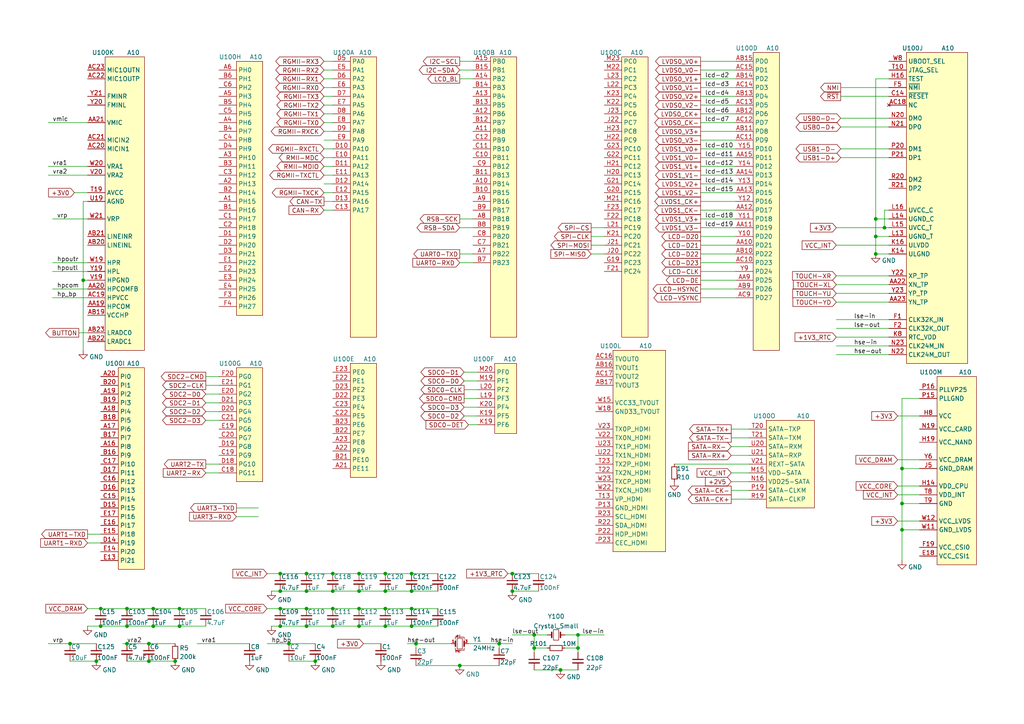
<source format=kicad_sch>
(kicad_sch (version 20231120) (generator "eeschema") (generator_version "8.0")
  (paper "A4")
  (junction (at -55.88 158.75) (diameter 0.9144))
  (junction (at 261.62 146.05))
  (junction (at 29.21 181.61) (diameter 0.9144))
  (junction (at 119.38 176.53))
  (junction (at 104.14 171.45))
  (junction (at 88.9 176.53))
  (junction (at 104.14 181.61))
  (junction (at 96.52 181.61))
  (junction (at -55.88 163.83) (diameter 0.9144))
  (junction (at -69.85 185.42) (diameter 0.9144))
  (junction (at 167.64 187.96))
  (junction (at 96.52 171.45))
  (junction (at 111.76 171.45))
  (junction (at 81.28 171.45))
  (junction (at 36.83 176.53))
  (junction (at 133.35 193.04) (diameter 0.9144))
  (junction (at 111.76 176.53))
  (junction (at 96.52 176.53))
  (junction (at 120.65 186.69) (diameter 0.9144))
  (junction (at 24.13 81.28))
  (junction (at 52.07 181.61))
  (junction (at 88.9 181.61))
  (junction (at 148.59 166.37))
  (junction (at 36.83 181.61))
  (junction (at 154.94 187.96))
  (junction (at 111.76 181.61))
  (junction (at 144.78 186.69) (diameter 0.9144))
  (junction (at 91.44 191.77))
  (junction (at 162.56 194.31) (diameter 0.9144))
  (junction (at 81.28 181.61))
  (junction (at 88.9 166.37))
  (junction (at 104.14 176.53))
  (junction (at 88.9 171.45))
  (junction (at -55.88 176.53) (diameter 0.9144))
  (junction (at 254 73.66))
  (junction (at 254 68.58))
  (junction (at 104.14 166.37))
  (junction (at -55.88 181.61) (diameter 0.9144))
  (junction (at 119.38 166.37))
  (junction (at 154.94 184.15))
  (junction (at 254 63.5))
  (junction (at 111.76 166.37))
  (junction (at 36.83 186.69))
  (junction (at 43.18 186.69))
  (junction (at 44.45 176.53))
  (junction (at 43.18 191.77))
  (junction (at 148.59 171.45))
  (junction (at 81.28 176.53))
  (junction (at 20.32 186.69))
  (junction (at 119.38 171.45))
  (junction (at 261.62 153.67))
  (junction (at 29.21 176.53) (diameter 0.9144))
  (junction (at 50.8 191.77))
  (junction (at 119.38 181.61))
  (junction (at 83.82 186.69))
  (junction (at 256.54 66.04))
  (junction (at -69.85 190.5) (diameter 0.9144))
  (junction (at 167.64 184.15))
  (junction (at 96.52 166.37))
  (junction (at 44.45 181.61))
  (junction (at 81.28 166.37))
  (junction (at 261.62 135.89))
  (junction (at 27.94 191.77))
  (junction (at 52.07 176.53))
  (wire (pts (xy 93.98 43.18) (xy 96.52 43.18)))
  (wire (pts (xy 171.45 66.04) (xy 175.26 66.04)))
  (wire (pts (xy -107.95 135.89) (xy -106.68 135.89)))
  (wire (pts (xy 120.65 186.69) (xy 130.81 186.69)))
  (wire (pts (xy 104.14 176.53) (xy 111.76 176.53)))
  (wire (pts (xy 13.97 186.69) (xy 20.32 186.69)))
  (wire (pts (xy 59.69 119.38) (xy 63.5 119.38)))
  (wire (pts (xy 88.9 166.37) (xy 96.52 166.37)))
  (wire (pts (xy 254 68.58) (xy 257.81 68.58)))
  (wire (pts (xy -73.66 190.5) (xy -69.85 190.5)))
  (wire (pts (xy 96.52 166.37) (xy 104.14 166.37)))
  (wire (pts (xy 111.76 171.45) (xy 119.38 171.45)))
  (wire (pts (xy 260.35 133.35) (xy 266.7 133.35)))
  (wire (pts (xy 93.98 25.4) (xy 96.52 25.4)))
  (wire (pts (xy -8.89 44.45) (xy -5.08 44.45)))
  (wire (pts (xy 111.76 176.53) (xy 119.38 176.53)))
  (wire (pts (xy 203.2 25.4) (xy 213.36 25.4)))
  (wire (pts (xy 77.47 186.69) (xy 83.82 186.69)))
  (wire (pts (xy 120.65 193.04) (xy 133.35 193.04)))
  (wire (pts (xy 242.57 85.09) (xy 257.81 85.09)))
  (wire (pts (xy 212.09 129.54) (xy 217.17 129.54)))
  (wire (pts (xy 133.35 17.78) (xy 137.16 17.78)))
  (wire (pts (xy 135.89 186.69) (xy 144.78 186.69)))
  (wire (pts (xy 93.98 40.64) (xy 96.52 40.64)))
  (wire (pts (xy -107.95 125.73) (xy -96.52 125.73)))
  (wire (pts (xy 254 73.66) (xy 257.81 73.66)))
  (wire (pts (xy 154.94 194.31) (xy 162.56 194.31)))
  (wire (pts (xy -8.89 36.83) (xy -5.08 36.83)))
  (wire (pts (xy 77.47 176.53) (xy 81.28 176.53)))
  (wire (pts (xy 93.98 30.48) (xy 96.52 30.48)))
  (wire (pts (xy -55.88 158.75) (xy -48.26 158.75)))
  (wire (pts (xy 36.83 191.77) (xy 43.18 191.77)))
  (wire (pts (xy 13.97 35.56) (xy 25.4 35.56)))
  (wire (pts (xy 59.69 114.3) (xy 63.5 114.3)))
  (wire (pts (xy 36.83 176.53) (xy 44.45 176.53)))
  (wire (pts (xy 203.2 78.74) (xy 213.36 78.74)))
  (wire (pts (xy 242.57 95.25) (xy 257.81 95.25)))
  (wire (pts (xy 261.62 153.67) (xy 266.7 153.67)))
  (wire (pts (xy 257.81 63.5) (xy 254 63.5)))
  (wire (pts (xy -106.68 135.89) (xy -106.68 140.97)))
  (wire (pts (xy 242.57 71.12) (xy 257.81 71.12)))
  (wire (pts (xy 104.14 181.61) (xy 111.76 181.61)))
  (wire (pts (xy 242.57 92.71) (xy 257.81 92.71)))
  (wire (pts (xy 203.2 55.88) (xy 213.36 55.88)))
  (wire (pts (xy 21.59 55.88) (xy 25.4 55.88)))
  (wire (pts (xy 78.74 171.45) (xy 81.28 171.45)))
  (wire (pts (xy 59.69 111.76) (xy 63.5 111.76)))
  (wire (pts (xy 243.84 34.29) (xy 257.81 34.29)))
  (wire (pts (xy 266.7 135.89) (xy 261.62 135.89)))
  (wire (pts (xy 203.2 83.82) (xy 213.36 83.82)))
  (wire (pts (xy 59.69 137.16) (xy 63.5 137.16)))
  (wire (pts (xy -73.66 185.42) (xy -69.85 185.42)))
  (wire (pts (xy 133.35 66.04) (xy 137.16 66.04)))
  (wire (pts (xy -69.85 190.5) (xy -62.23 190.5)))
  (wire (pts (xy 93.98 60.96) (xy 96.52 60.96)))
  (wire (pts (xy 242.57 97.79) (xy 257.81 97.79)))
  (wire (pts (xy 243.84 45.72) (xy 257.81 45.72)))
  (wire (pts (xy 35.56 186.69) (xy 36.83 186.69)))
  (wire (pts (xy -8.89 41.91) (xy -5.08 41.91)))
  (wire (pts (xy 154.94 187.96) (xy 158.75 187.96)))
  (wire (pts (xy 36.83 181.61) (xy 44.45 181.61)))
  (wire (pts (xy 203.2 17.78) (xy 213.36 17.78)))
  (wire (pts (xy 212.09 124.46) (xy 217.17 124.46)))
  (wire (pts (xy 93.98 48.26) (xy 96.52 48.26)))
  (wire (pts (xy 111.76 181.61) (xy 119.38 181.61)))
  (wire (pts (xy 148.59 166.37) (xy 156.21 166.37)))
  (wire (pts (xy 254 22.86) (xy 254 63.5)))
  (wire (pts (xy 13.97 50.8) (xy 25.4 50.8)))
  (wire (pts (xy 260.35 151.13) (xy 266.7 151.13)))
  (wire (pts (xy 93.98 33.02) (xy 96.52 33.02)))
  (wire (pts (xy 203.2 30.48) (xy 213.36 30.48)))
  (wire (pts (xy 134.62 107.95) (xy 138.43 107.95)))
  (wire (pts (xy 59.69 121.92) (xy 63.5 121.92)))
  (wire (pts (xy 78.74 181.61) (xy 81.28 181.61)))
  (wire (pts (xy 203.2 27.94) (xy 213.36 27.94)))
  (wire (pts (xy 119.38 166.37) (xy 127 166.37)))
  (wire (pts (xy 203.2 86.36) (xy 213.36 86.36)))
  (wire (pts (xy 36.83 186.69) (xy 43.18 186.69)))
  (wire (pts (xy 93.98 17.78) (xy 96.52 17.78)))
  (wire (pts (xy 15.24 78.74) (xy 25.4 78.74)))
  (wire (pts (xy 93.98 22.86) (xy 96.52 22.86)))
  (wire (pts (xy 163.83 184.15) (xy 167.64 184.15)))
  (wire (pts (xy 133.35 20.32) (xy 137.16 20.32)))
  (wire (pts (xy -8.89 39.37) (xy -5.08 39.37)))
  (wire (pts (xy 203.2 68.58) (xy 213.36 68.58)))
  (wire (pts (xy 212.09 127) (xy 217.17 127)))
  (wire (pts (xy 93.98 38.1) (xy 96.52 38.1)))
  (wire (pts (xy 171.45 68.58) (xy 175.26 68.58)))
  (wire (pts (xy 93.98 50.8) (xy 96.52 50.8)))
  (wire (pts (xy 203.2 22.86) (xy 213.36 22.86)))
  (wire (pts (xy 20.32 191.77) (xy 27.94 191.77)))
  (wire (pts (xy 147.32 166.37) (xy 148.59 166.37)))
  (wire (pts (xy 93.98 20.32) (xy 96.52 20.32)))
  (wire (pts (xy 88.9 181.61) (xy 96.52 181.61)))
  (wire (pts (xy 134.62 113.03) (xy 138.43 113.03)))
  (wire (pts (xy 29.21 181.61) (xy 36.83 181.61)))
  (wire (pts (xy 261.62 146.05) (xy 261.62 153.67)))
  (wire (pts (xy 256.54 66.04) (xy 257.81 66.04)))
  (wire (pts (xy 52.07 176.53) (xy 59.69 176.53)))
  (wire (pts (xy 111.76 166.37) (xy 119.38 166.37)))
  (wire (pts (xy 203.2 50.8) (xy 213.36 50.8)))
  (wire (pts (xy 59.69 134.62) (xy 63.5 134.62)))
  (wire (pts (xy 93.98 55.88) (xy 96.52 55.88)))
  (wire (pts (xy 203.2 71.12) (xy 213.36 71.12)))
  (wire (pts (xy 96.52 171.45) (xy 104.14 171.45)))
  (wire (pts (xy -59.69 163.83) (xy -55.88 163.83)))
  (wire (pts (xy 24.13 58.42) (xy 24.13 81.28)))
  (wire (pts (xy 254 63.5) (xy 254 68.58)))
  (wire (pts (xy 135.89 123.19) (xy 138.43 123.19)))
  (wire (pts (xy 83.82 191.77) (xy 91.44 191.77)))
  (wire (pts (xy -59.69 158.75) (xy -55.88 158.75)))
  (wire (pts (xy 203.2 48.26) (xy 213.36 48.26)))
  (wire (pts (xy -8.89 31.75) (xy -5.08 31.75)))
  (wire (pts (xy 162.56 194.31) (xy 167.64 194.31)))
  (wire (pts (xy 52.07 181.61) (xy 59.69 181.61)))
  (wire (pts (xy 195.58 134.62) (xy 217.17 134.62)))
  (wire (pts (xy 15.24 76.2) (xy 25.4 76.2)))
  (wire (pts (xy 13.97 48.26) (xy 25.4 48.26)))
  (wire (pts (xy 203.2 53.34) (xy 213.36 53.34)))
  (wire (pts (xy 59.69 109.22) (xy 63.5 109.22)))
  (wire (pts (xy 133.35 73.66) (xy 137.16 73.66)))
  (wire (pts (xy 96.52 176.53) (xy 104.14 176.53)))
  (wire (pts (xy 256.54 60.96) (xy 256.54 66.04)))
  (wire (pts (xy -13.97 92.71) (xy -10.16 92.71)))
  (wire (pts (xy 254 68.58) (xy 254 73.66)))
  (wire (pts (xy -55.88 163.83) (xy -48.26 163.83)))
  (wire (pts (xy -107.95 133.35) (xy -96.52 133.35)))
  (wire (pts (xy 243.84 25.4) (xy 257.81 25.4)))
  (wire (pts (xy 260.35 120.65) (xy 266.7 120.65)))
  (wire (pts (xy 212.09 144.78) (xy 217.17 144.78)))
  (wire (pts (xy 25.4 58.42) (xy 24.13 58.42)))
  (wire (pts (xy 22.86 96.52) (xy 25.4 96.52)))
  (wire (pts (xy -55.88 176.53) (xy -48.26 176.53)))
  (wire (pts (xy 167.64 187.96) (xy 167.64 189.23)))
  (wire (pts (xy -132.08 135.89) (xy -120.65 135.89)))
  (wire (pts (xy 203.2 20.32) (xy 213.36 20.32)))
  (wire (pts (xy 96.52 181.61) (xy 104.14 181.61)))
  (wire (pts (xy 144.78 186.69) (xy 148.59 186.69)))
  (wire (pts (xy -8.89 34.29) (xy -5.08 34.29)))
  (wire (pts (xy 133.35 22.86) (xy 137.16 22.86)))
  (wire (pts (xy 104.14 171.45) (xy 111.76 171.45)))
  (wire (pts (xy 203.2 63.5) (xy 213.36 63.5)))
  (wire (pts (xy 68.58 147.32) (xy 74.93 147.32)))
  (wire (pts (xy 133.35 63.5) (xy 137.16 63.5)))
  (wire (pts (xy 203.2 33.02) (xy 213.36 33.02)))
  (wire (pts (xy 24.13 81.28) (xy 25.4 81.28)))
  (wire (pts (xy 203.2 38.1) (xy 213.36 38.1)))
  (wire (pts (xy 260.35 143.51) (xy 266.7 143.51)))
  (wire (pts (xy 43.18 191.77) (xy 50.8 191.77)))
  (wire (pts (xy 242.57 87.63) (xy 257.81 87.63)))
  (wire (pts (xy 29.21 176.53) (xy 36.83 176.53)))
  (wire (pts (xy 203.2 45.72) (xy 213.36 45.72)))
  (wire (pts (xy 243.84 27.94) (xy 257.81 27.94)))
  (wire (pts (xy 261.62 135.89) (xy 261.62 146.05)))
  (wire (pts (xy 203.2 76.2) (xy 213.36 76.2)))
  (wire (pts (xy -55.88 181.61) (xy -48.26 181.61)))
  (wire (pts (xy 81.28 166.37) (xy 88.9 166.37)))
  (wire (pts (xy 118.11 186.69) (xy 120.65 186.69)))
  (wire (pts (xy 266.7 115.57) (xy 261.62 115.57)))
  (wire (pts (xy 148.59 171.45) (xy 156.21 171.45)))
  (wire (pts (xy -123.19 125.73) (xy -123.19 140.97)))
  (wire (pts (xy 167.64 184.15) (xy 167.64 187.96)))
  (wire (pts (xy -107.95 128.27) (xy -96.52 128.27)))
  (wire (pts (xy 242.57 66.04) (xy 256.54 66.04)))
  (wire (pts (xy 83.82 186.69) (xy 91.44 186.69)))
  (wire (pts (xy 242.57 102.87) (xy 257.81 102.87)))
  (wire (pts (xy 81.28 176.53) (xy 88.9 176.53)))
  (wire (pts (xy 243.84 43.18) (xy 257.81 43.18)))
  (wire (pts (xy 24.13 81.28) (xy 24.13 101.6)))
  (wire (pts (xy 93.98 53.34) (xy 96.52 53.34)))
  (wire (pts (xy -8.89 46.99) (xy -5.08 46.99)))
  (wire (pts (xy 119.38 181.61) (xy 127 181.61)))
  (wire (pts (xy 81.28 171.45) (xy 88.9 171.45)))
  (wire (pts (xy 43.18 186.69) (xy 50.8 186.69)))
  (wire (pts (xy 144.78 187.96) (xy 144.78 186.69)))
  (wire (pts (xy 257.81 22.86) (xy 254 22.86)))
  (wire (pts (xy 163.83 187.96) (xy 167.64 187.96)))
  (wire (pts (xy 119.38 171.45) (xy 127 171.45)))
  (wire (pts (xy 266.7 146.05) (xy 261.62 146.05)))
  (wire (pts (xy 44.45 176.53) (xy 52.07 176.53)))
  (wire (pts (xy 171.45 71.12) (xy 175.26 71.12)))
  (wire (pts (xy 25.4 157.48) (xy 29.21 157.48)))
  (wire (pts (xy 15.24 83.82) (xy 25.4 83.82)))
  (wire (pts (xy 167.64 184.15) (xy 175.26 184.15)))
  (wire (pts (xy 261.62 115.57) (xy 261.62 135.89)))
  (wire (pts (xy 154.94 187.96) (xy 154.94 189.23)))
  (wire (pts (xy 93.98 35.56) (xy 96.52 35.56)))
  (wire (pts (xy 120.65 186.69) (xy 120.65 187.96)))
  (wire (pts (xy 243.84 36.83) (xy 257.81 36.83)))
  (wire (pts (xy 134.62 115.57) (xy 138.43 115.57)))
  (wire (pts (xy 57.15 186.69) (xy 72.39 186.69)))
  (wire (pts (xy 203.2 58.42) (xy 213.36 58.42)))
  (wire (pts (xy 133.35 76.2) (xy 137.16 76.2)))
  (wire (pts (xy 88.9 171.45) (xy 96.52 171.45)))
  (wire (pts (xy 133.35 193.04) (xy 144.78 193.04)))
  (wire (pts (xy -29.21 189.23) (xy -15.24 189.23)))
  (wire (pts (xy 242.57 100.33) (xy 257.81 100.33)))
  (wire (pts (xy 212.09 132.08) (xy 217.17 132.08)))
  (wire (pts (xy 81.28 181.61) (xy 88.9 181.61)))
  (wire (pts (xy 203.2 35.56) (xy 213.36 35.56)))
  (wire (pts (xy 134.62 118.11) (xy 138.43 118.11)))
  (wire (pts (xy 242.57 82.55) (xy 257.81 82.55)))
  (wire (pts (xy -120.65 125.73) (xy -123.19 125.73)))
  (wire (pts (xy -132.08 128.27) (xy -120.65 128.27)))
  (wire (pts (xy 93.98 27.94) (xy 96.52 27.94)))
  (wire (pts (xy -59.69 181.61) (xy -55.88 181.61)))
  (wire (pts (xy 93.98 58.42) (xy 96.52 58.42)))
  (wire (pts (xy 203.2 66.04) (xy 213.36 66.04)))
  (wire (pts (xy 212.09 142.24) (xy 217.17 142.24)))
  (wire (pts (xy 15.24 63.5) (xy 25.4 63.5)))
  (wire (pts (xy 59.69 116.84) (xy 63.5 116.84)))
  (wire (pts (xy 212.09 139.7) (xy 217.17 139.7)))
  (wire (pts (xy 105.41 186.69) (xy 110.49 186.69)))
  (wire (pts (xy 134.62 120.65) (xy 138.43 120.65)))
  (wire (pts (xy 154.94 184.15) (xy 154.94 187.96)))
  (wire (pts (xy 88.9 176.53) (xy 96.52 176.53)))
  (wire (pts (xy 148.59 184.15) (xy 154.94 184.15)))
  (wire (pts (xy -13.97 95.25) (xy -10.16 95.25)))
  (wire (pts (xy 203.2 81.28) (xy 213.36 81.28)))
  (wire (pts (xy 154.94 184.15) (xy 158.75 184.15)))
  (wire (pts (xy 77.47 166.37) (xy 81.28 166.37)))
  (wire (pts (xy 242.57 80.01) (xy 257.81 80.01)))
  (wire (pts (xy -59.69 176.53) (xy -55.88 176.53)))
  (wire (pts (xy 212.09 137.16) (xy 217.17 137.16)))
  (wire (pts (xy 15.24 -6.35) (xy 29.21 -6.35)))
  (wire (pts (xy 261.62 153.67) (xy 261.62 162.56)))
  (wire (pts (xy 134.62 110.49) (xy 138.43 110.49)))
  (wire (pts (xy 203.2 60.96) (xy 213.36 60.96)))
  (wire (pts (xy 93.98 45.72) (xy 96.52 45.72)))
  (wire (pts (xy 171.45 73.66) (xy 175.26 73.66)))
  (wire (pts (xy 104.14 166.37) (xy 111.76 166.37)))
  (wire (pts (xy 203.2 40.64) (xy 213.36 40.64)))
  (wire (pts (xy 44.45 181.61) (xy 52.07 181.61)))
  (wire (pts (xy 68.58 149.86) (xy 74.93 149.86)))
  (wire (pts (xy 25.4 176.53) (xy 29.21 176.53)))
  (wire (pts (xy -15.24 64.77) (xy -10.16 64.77)))
  (wire (pts (xy 20.32 186.69) (xy 27.94 186.69)))
  (wire (pts (xy 119.38 176.53) (xy 127 176.53)))
  (wire (pts (xy 25.4 181.61) (xy 29.21 181.61)))
  (wire (pts (xy 203.2 43.18) (xy 213.36 43.18)))
  (wire (pts (xy 260.35 140.97) (xy 266.7 140.97)))
  (wire (pts (xy 257.81 60.96) (xy 256.54 60.96)))
  (wire (pts (xy -69.85 185.42) (xy -62.23 185.42)))
  (wire (pts (xy 15.24 86.36) (xy 25.4 86.36)))
  (wire (pts (xy 203.2 73.66) (xy 213.36 73.66)))
  (wire (pts (xy 25.4 154.94) (xy 29.21 154.94)))
  (label "lcd-d4" (at 204.47 27.94 0))
  (label "hp_vcc" (at -26.67 189.23 0))
  (label "hse-in" (at 247.65 100.33 0))
  (label "hse-in" (at 142.24 186.69 0))
  (label "micin" (at -107.95 133.35 0))
  (label "lse-out" (at 148.59 184.15 0))
  (label "lcd-d13" (at 204.47 50.8 0))
  (label "hpoutl" (at -105.41 128.27 0))
  (label "vmic" (at -132.08 135.89 0))
  (label "lcd-d5" (at 204.47 30.48 0))
  (label "hpoutr" (at -132.08 128.27 0))
  (label "hp_bp" (at 78.74 186.69 0))
  (label "lcd-d11" (at 204.47 45.72 0))
  (label "lcd-d7" (at 204.47 35.56 0))
  (label "lse-in" (at 168.91 184.15 0))
  (label "hse-out" (at 118.11 186.69 0))
  (label "hpoutr" (at 16.51 76.2 0))
  (label "vra1" (at 15.24 48.26 0))
  (label "lcd-d10" (at 204.47 43.18 0))
  (label "lse-in" (at 247.65 92.71 0))
  (label "lcd-d19" (at 204.47 66.04 0))
  (label "hpoutl" (at 16.51 78.74 0))
  (label "lcd-d12" (at 204.47 48.26 0))
  (label "vra1" (at 58.42 186.69 0))
  (label "vra2" (at 36.83 186.69 0))
  (label "hse-out" (at 247.65 102.87 0))
  (label "hp_bp" (at 16.51 86.36 0))
  (label "lcd-d18" (at 204.47 63.5 0))
  (label "lcd-d14" (at 204.47 53.34 0))
  (label "vrp" (at 16.51 63.5 0))
  (label "lcd-d15" (at 204.47 55.88 0))
  (label "lse-out" (at 247.65 95.25 0))
  (label "hpcom" (at 16.51 83.82 0))
  (label "hpcom" (at -105.41 125.73 0))
  (label "lcd-d2" (at 204.47 22.86 0))
  (label "vrp" (at 15.24 186.69 0))
  (label "lcd-d3" (at 204.47 25.4 0))
  (label "vmic" (at 15.24 35.56 0))
  (label "vra2" (at 15.24 50.8 0))
  (label "micin" (at 16.51 -6.35 0))
  (label "lcd-d6" (at 204.47 33.02 0))
  (global_label "LVDS1_V1+" (shape output) (at 203.2 48.26 180) (property "Intersheetrefs" "${INTERSHEET_REFS}" (effects (hide yes))))
  (global_label "VCC_INT" (shape input) (at 77.47 166.37 180) (property "Intersheetrefs" "${INTERSHEET_REFS}" (effects (hide yes))))
  (global_label "+3V3" (shape input) (at -59.69 158.75 180) (property "Intersheetrefs" "${INTERSHEET_REFS}" (effects (hide yes))))
  (global_label "SDC2-CLK" (shape output) (at 59.69 111.76 180) (property "Intersheetrefs" "${INTERSHEET_REFS}" (effects (hide yes))))
  (global_label "UART1-RXD" (shape input) (at 25.4 157.48 180) (property "Intersheetrefs" "${INTERSHEET_REFS}" (effects (hide yes))))
  (global_label "USB0-D-" (shape bidirectional) (at 243.84 34.29 180) (property "Intersheetrefs" "${INTERSHEET_REFS}" (effects (hide yes))))
  (global_label "TOUCH-YD" (shape input) (at 242.57 87.63 180) (property "Intersheetrefs" "${INTERSHEET_REFS}" (effects (hide yes))))
  (global_label "LVDS1_CK+" (shape output) (at 203.2 58.42 180) (property "Intersheetrefs" "${INTERSHEET_REFS}" (effects (hide yes))))
  (global_label "UART3-RXD" (shape input) (at 68.58 149.86 180) (property "Intersheetrefs" "${INTERSHEET_REFS}" (effects (hide yes))))
  (global_label "SDC0-D1" (shape bidirectional) (at 134.62 107.95 180) (property "Intersheetrefs" "${INTERSHEET_REFS}" (effects (hide yes))))
  (global_label "SDC2-D1" (shape bidirectional) (at 59.69 116.84 180) (property "Intersheetrefs" "${INTERSHEET_REFS}" (effects (hide yes))))
  (global_label "RGMII-RX0" (shape bidirectional) (at 93.98 25.4 180) (property "Intersheetrefs" "${INTERSHEET_REFS}" (effects (hide yes))))
  (global_label "USB1-D-" (shape bidirectional) (at 243.84 43.18 180) (property "Intersheetrefs" "${INTERSHEET_REFS}" (effects (hide yes))))
  (global_label "SATA-CK+" (shape output) (at 212.09 144.78 180) (property "Intersheetrefs" "${INTERSHEET_REFS}" (effects (hide yes))))
  (global_label "LED_GREEN" (shape output) (at -8.89 44.45 180) (property "Intersheetrefs" "${INTERSHEET_REFS}" (effects (hide yes))))
  (global_label "SATA-TX-" (shape output) (at 212.09 127 180) (property "Intersheetrefs" "${INTERSHEET_REFS}" (effects (hide yes))))
  (global_label "LCD-D20" (shape output) (at 203.2 68.58 180) (property "Intersheetrefs" "${INTERSHEET_REFS}" (effects (hide yes))))
  (global_label "PMU-VBUSEN" (shape input) (at -13.97 95.25 180) (property "Intersheetrefs" "${INTERSHEET_REFS}" (effects (hide yes))))
  (global_label "LVDS0_V0+" (shape output) (at 203.2 17.78 180) (property "Intersheetrefs" "${INTERSHEET_REFS}" (effects (hide yes))))
  (global_label "+3V0" (shape input) (at 105.41 186.69 180) (property "Intersheetrefs" "${INTERSHEET_REFS}" (effects (hide yes))))
  (global_label "CAN-TX" (shape output) (at 93.98 58.42 180) (property "Intersheetrefs" "${INTERSHEET_REFS}" (effects (hide yes))))
  (global_label "USB1-D+" (shape bidirectional) (at 243.84 45.72 180) (property "Intersheetrefs" "${INTERSHEET_REFS}" (effects (hide yes))))
  (global_label "LCD-D23" (shape output) (at 203.2 76.2 180) (property "Intersheetrefs" "${INTERSHEET_REFS}" (effects (hide yes))))
  (global_label "RGMII-TXCK" (shape bidirectional) (at 93.98 55.88 180) (property "Intersheetrefs" "${INTERSHEET_REFS}" (effects (hide yes))))
  (global_label "VCC_DRAM" (shape input) (at 25.4 176.53 180) (property "Intersheetrefs" "${INTERSHEET_REFS}" (effects (hide yes))))
  (global_label "UART0-RXD" (shape input) (at 133.35 76.2 180) (property "Intersheetrefs" "${INTERSHEET_REFS}" (effects (hide yes))))
  (global_label "SPI-CLK" (shape output) (at 171.45 68.58 180) (property "Intersheetrefs" "${INTERSHEET_REFS}" (effects (hide yes))))
  (global_label "SDC0-CMD" (shape output) (at 134.62 115.57 180) (property "Intersheetrefs" "${INTERSHEET_REFS}" (effects (hide yes))))
  (global_label "TOUCH-XR" (shape input) (at 242.57 80.01 180) (property "Intersheetrefs" "${INTERSHEET_REFS}" (effects (hide yes))))
  (global_label "SDC0-D3" (shape bidirectional) (at 134.62 118.11 180) (property "Intersheetrefs" "${INTERSHEET_REFS}" (effects (hide yes))))
  (global_label "RGMII-RXCTL" (shape bidirectional) (at 93.98 43.18 180) (property "Intersheetrefs" "${INTERSHEET_REFS}" (effects (hide yes))))
  (global_label "LED_RED" (shape output) (at -8.89 41.91 180) (property "Intersheetrefs" "${INTERSHEET_REFS}" (effects (hide yes))))
  (global_label "UART2-TX" (shape output) (at 59.69 134.62 180) (property "Intersheetrefs" "${INTERSHEET_REFS}" (effects (hide yes))))
  (global_label "VCC_INT" (shape input) (at 242.57 71.12 180) (property "Intersheetrefs" "${INTERSHEET_REFS}" (effects (hide yes))))
  (global_label "SDC2-D3" (shape bidirectional) (at 59.69 121.92 180) (property "Intersheetrefs" "${INTERSHEET_REFS}" (effects (hide yes))))
  (global_label "SPI-MOSI" (shape output) (at 171.45 71.12 180) (property "Intersheetrefs" "${INTERSHEET_REFS}" (effects (hide yes))))
  (global_label "LCD_RESET" (shape output) (at -15.24 64.77 180) (property "Intersheetrefs" "${INTERSHEET_REFS}" (effects (hide yes))))
  (global_label "CAN-RX" (shape input) (at 93.98 60.96 180) (property "Intersheetrefs" "${INTERSHEET_REFS}" (effects (hide yes))))
  (global_label "LCD-D21" (shape output) (at 203.2 71.12 180) (property "Intersheetrefs" "${INTERSHEET_REFS}" (effects (hide yes))))
  (global_label "LVDS1_V2-" (shape output) (at 203.2 55.88 180) (property "Intersheetrefs" "${INTERSHEET_REFS}" (effects (hide yes))))
  (global_label "~{RST}" (shape output) (at 243.84 27.94 180) (property "Intersheetrefs" "${INTERSHEET_REFS}" (effects (hide yes))))
  (global_label "UART0-TXD" (shape output) (at 133.35 73.66 180) (property "Intersheetrefs" "${INTERSHEET_REFS}" (effects (hide yes))))
  (global_label "LCD_BL" (shape output) (at 133.35 22.86 180) (property "Intersheetrefs" "${INTERSHEET_REFS}" (effects (hide yes))))
  (global_label "+1V2_INT" (shape input) (at -59.69 176.53 180) (property "Intersheetrefs" "${INTERSHEET_REFS}" (effects (hide yes))))
  (global_label "LCD-HSYNC" (shape output) (at 203.2 83.82 180) (property "Intersheetrefs" "${INTERSHEET_REFS}" (effects (hide yes))))
  (global_label "GPIO3" (shape bidirectional) (at -8.89 36.83 180) (property "Intersheetrefs" "${INTERSHEET_REFS}" (effects (hide yes))))
  (global_label "I2C-SCL" (shape output) (at 133.35 17.78 180) (property "Intersheetrefs" "${INTERSHEET_REFS}" (effects (hide yes))))
  (global_label "RGMII-TX0" (shape bidirectional) (at 93.98 35.56 180) (property "Intersheetrefs" "${INTERSHEET_REFS}" (effects (hide yes))))
  (global_label "VCC_CORE" (shape input) (at 260.35 140.97 180) (property "Intersheetrefs" "${INTERSHEET_REFS}" (effects (hide yes))))
  (global_label "RGMII-TXCTL" (shape bidirectional) (at 93.98 50.8 180) (property "Intersheetrefs" "${INTERSHEET_REFS}" (effects (hide yes))))
  (global_label "LVDS0_V1-" (shape output) (at 203.2 25.4 180) (property "Intersheetrefs" "${INTERSHEET_REFS}" (effects (hide yes))))
  (global_label "LVDS1_V3-" (shape output) (at 203.2 66.04 180) (property "Intersheetrefs" "${INTERSHEET_REFS}" (effects (hide yes))))
  (global_label "VCC_INT" (shape input) (at 260.35 143.51 180) (property "Intersheetrefs" "${INTERSHEET_REFS}" (effects (hide yes))))
  (global_label "SATA-TX+" (shape output) (at 212.09 124.46 180) (property "Intersheetrefs" "${INTERSHEET_REFS}" (effects (hide yes))))
  (global_label "VCC_CORE" (shape input) (at 77.47 176.53 180) (property "Intersheetrefs" "${INTERSHEET_REFS}" (effects (hide yes))))
  (global_label "LVDS1_V0-" (shape output) (at 203.2 45.72 180) (property "Intersheetrefs" "${INTERSHEET_REFS}" (effects (hide yes))))
  (global_label "+2V5" (shape input) (at 212.09 139.7 180) (property "Intersheetrefs" "${INTERSHEET_REFS}" (effects (hide yes))))
  (global_label "LVDS0_V3-" (shape output) (at 203.2 40.64 180) (property "Intersheetrefs" "${INTERSHEET_REFS}" (effects (hide yes))))
  (global_label "UART2-RX" (shape input) (at 59.69 137.16 180) (property "Intersheetrefs" "${INTERSHEET_REFS}" (effects (hide yes))))
  (global_label "SDC2-D0" (shape bidirectional) (at 59.69 114.3 180) (property "Intersheetrefs" "${INTERSHEET_REFS}" (effects (hide yes))))
  (global_label "SDC0-DET" (shape input) (at 135.89 123.19 180) (property "Intersheetrefs" "${INTERSHEET_REFS}" (effects (hide yes))))
  (global_label "RGMII-TX3" (shape bidirectional) (at 93.98 27.94 180) (property "Intersheetrefs" "${INTERSHEET_REFS}" (effects (hide yes))))
  (global_label "+1V3_RTC" (shape input) (at 242.57 97.79 180) (property "Intersheetrefs" "${INTERSHEET_REFS}" (effects (hide yes))))
  (global_label "+3V3" (shape input) (at 260.35 120.65 180) (property "Intersheetrefs" "${INTERSHEET_REFS}" (effects (hide yes))))
  (global_label "LVDS1_V3+" (shape output) (at 203.2 63.5 180) (property "Intersheetrefs" "${INTERSHEET_REFS}" (effects (hide yes))))
  (global_label "RGMII-RXCK" (shape bidirectional) (at 93.98 38.1 180) (property "Intersheetrefs" "${INTERSHEET_REFS}" (effects (hide yes))))
  (global_label "RMII-MDC" (shape bidirectional) (at 93.98 45.72 180) (property "Intersheetrefs" "${INTERSHEET_REFS}" (effects (hide yes))))
  (global_label "RSB-SCK" (shape output) (at 133.35 63.5 180) (property "Intersheetrefs" "${INTERSHEET_REFS}" (effects (hide yes))))
  (global_label "SPI-MISO" (shape input) (at 171.45 73.66 180) (property "Intersheetrefs" "${INTERSHEET_REFS}" (effects (hide yes))))
  (global_label "USB0-D+" (shape bidirectional) (at 243.84 36.83 180) (property "Intersheetrefs" "${INTERSHEET_REFS}" (effects (hide yes))))
  (global_label "UART1-TXD" (shape output) (at 25.4 154.94 180) (property "Intersheetrefs" "${INTERSHEET_REFS}" (effects (hide yes))))
  (global_label "LCD-VSYNC" (shape output) (at 203.2 86.36 180) (property "Intersheetrefs" "${INTERSHEET_REFS}" (effects (hide yes))))
  (global_label "UART3-TXD" (shape output) (at 68.58 147.32 180) (property "Intersheetrefs" "${INTERSHEET_REFS}" (effects (hide yes))))
  (global_label "LVDS1_CK-" (shape output) (at 203.2 60.96 180) (property "Intersheetrefs" "${INTERSHEET_REFS}" (effects (hide yes))))
  (global_label "RGMII-RX3" (shape bidirectional) (at 93.98 17.78 180) (property "Intersheetrefs" "${INTERSHEET_REFS}" (effects (hide yes))))
  (global_label "RGMII-TX1" (shape bidirectional) (at 93.98 33.02 180) (property "Intersheetrefs" "${INTERSHEET_REFS}" (effects (hide yes))))
  (global_label "RGMII-TX2" (shape bidirectional) (at 93.98 30.48 180) (property "Intersheetrefs" "${INTERSHEET_REFS}" (effects (hide yes))))
  (global_label "VCC_INT" (shape input) (at 212.09 137.16 180) (property "Intersheetrefs" "${INTERSHEET_REFS}" (effects (hide yes))))
  (global_label "GPIO1" (shape bidirectional) (at -8.89 31.75 180) (property "Intersheetrefs" "${INTERSHEET_REFS}" (effects (hide yes))))
  (global_label "LCD-D22" (shape output) (at 203.2 73.66 180) (property "Intersheetrefs" "${INTERSHEET_REFS}" (effects (hide yes))))
  (global_label "BUTTON" (shape output) (at 22.86 96.52 180) (property "Intersheetrefs" "${INTERSHEET_REFS}" (effects (hide yes))))
  (global_label "LVDS1_V0+" (shape output) (at 203.2 43.18 180) (property "Intersheetrefs" "${INTERSHEET_REFS}" (effects (hide yes))))
  (global_label "+3V0" (shape input) (at 21.59 55.88 180) (property "Intersheetrefs" "${INTERSHEET_REFS}" (effects (hide yes))))
  (global_label "RGMII-RX2" (shape bidirectional) (at 93.98 20.32 180) (property "Intersheetrefs" "${INTERSHEET_REFS}" (effects (hide yes))))
  (global_label "SDC2-CMD" (shape output) (at 59.69 109.22 180) (property "Intersheetrefs" "${INTERSHEET_REFS}" (effects (hide yes))))
  (global_label "LVDS1_V1-" (shape output) (at 203.2 50.8 180) (property "Intersheetrefs" "${INTERSHEET_REFS}" (effects (hide yes))))
  (global_label "SATA-CK-" (shape output) (at 212.09 142.24 180) (property "Intersheetrefs" "${INTERSHEET_REFS}" (effects (hide yes))))
  (global_label "LVDS1_V2+" (shape output) (at 203.2 53.34 180) (property "Intersheetrefs" "${INTERSHEET_REFS}" (effects (hide yes))))
  (global_label "LVDS0_CK-" (shape output) (at 203.2 35.56 180) (property "Intersheetrefs" "${INTERSHEET_REFS}" (effects (hide yes))))
  (global_label "SDC0-D2" (shape bidirectional) (at 134.62 120.65 180) (property "Intersheetrefs" "${INTERSHEET_REFS}" (effects (hide yes))))
  (global_label "LVDS0_V2+" (shape output) (at 203.2 27.94 180) (property "Intersheetrefs" "${INTERSHEET_REFS}" (effects (hide yes))))
  (global_label "GPIO2" (shape bidirectional) (at -8.89 34.29 180) (property "Intersheetrefs" "${INTERSHEET_REFS}" (effects (hide yes))))
  (global_label "TOUCH-XL" (shape input) (at 242.57 82.55 180) (property "Intersheetrefs" "${INTERSHEET_REFS}" (effects (hide yes))))
  (global_label "RGMII-RX1" (shape bidirectional) (at 93.98 22.86 180) (property "Intersheetrefs" "${INTERSHEET_REFS}" (effects (hide yes))))
  (global_label "USB0_ID" (shape input) (at -13.97 92.71 180) (property "Intersheetrefs" "${INTERSHEET_REFS}" (effects (hide yes))))
  (global_label "SDC0-D0" (shape bidirectional) (at 134.62 110.49 180) (property "Intersheetrefs" "${INTERSHEET_REFS}" (effects (hide yes))))
  (global_label "SDC0-CLK" (shape output) (at 134.62 113.03 180) (property "Intersheetrefs" "${INTERSHEET_REFS}" (effects (hide yes))))
  (global_label "+3V3" (shape input) (at 260.35 151.13 180) (property "Intersheetrefs" "${INTERSHEET_REFS}" (effects (hide yes))))
  (global_label "RSB-SDA" (shape bidirectional) (at 133.35 66.04 180) (property "Intersheetrefs" "${INTERSHEET_REFS}" (effects (hide yes))))
  (global_label "LED_BLUE" (shape output) (at -8.89 46.99 180) (property "Intersheetrefs" "${INTERSHEET_REFS}" (effects (hide yes))))
  (global_label "SATA-RX+" (shape input) (at 212.09 132.08 180) (property "Intersheetrefs" "${INTERSHEET_REFS}" (effects (hide yes))))
  (global_label "LCD-DE" (shape output) (at 203.2 81.28 180) (property "Intersheetrefs" "${INTERSHEET_REFS}" (effects (hide yes))))
  (global_label "RMII-MDIO" (shape bidirectional) (at 93.98 48.26 180) (property "Intersheetrefs" "${INTERSHEET_REFS}" (effects (hide yes))))
  (global_label "SATA-RX-" (shape input) (at 212.09 129.54 180) (property "Intersheetrefs" "${INTERSHEET_REFS}" (effects (hide yes))))
  (global_label "VCC_DRAM" (shape input) (at 260.35 133.35 180) (property "Intersheetrefs" "${INTERSHEET_REFS}" (effects (hide yes))))
  (global_label "+3V3" (shape input) (at 242.57 66.04 180) (property "Intersheetrefs" "${INTERSHEET_REFS}" (effects (hide yes))))
  (global_label "SPI-CS" (shape output) (at 171.45 66.04 180) (property "Intersheetrefs" "${INTERSHEET_REFS}" (effects (hide yes))))
  (global_label "TOUCH-YU" (shape input) (at 242.57 85.09 180) (property "Intersheetrefs" "${INTERSHEET_REFS}" (effects (hide yes))))
  (global_label "I2C-SDA" (shape bidirectional) (at 133.35 20.32 180) (property "Intersheetrefs" "${INTERSHEET_REFS}" (effects (hide yes))))
  (global_label "+1V2_CPU" (shape input) (at -73.66 185.42 180) (property "Intersheetrefs" "${INTERSHEET_REFS}" (effects (hide yes))))
  (global_label "LVDS0_V1+" (shape output) (at 203.2 22.86 180) (property "Intersheetrefs" "${INTERSHEET_REFS}" (effects (hide yes))))
  (global_label "LVDS0_CK+" (shape output) (at 203.2 33.02 180) (property "Intersheetrefs" "${INTERSHEET_REFS}" (effects (hide yes))))
  (global_label "LCD-CLK" (shape output) (at 203.2 78.74 180) (property "Intersheetrefs" "${INTERSHEET_REFS}" (effects (hide yes))))
  (global_label "SDC2-D2" (shape bidirectional) (at 59.69 119.38 180) (property "Intersheetrefs" "${INTERSHEET_REFS}" (effects (hide yes))))
  (global_label "NMI" (shape output) (at 243.84 25.4 180) (property "Intersheetrefs" "${INTERSHEET_REFS}" (effects (hide yes))))
  (global_label "LVDS0_V2-" (shape output) (at 203.2 30.48 180) (property "Intersheetrefs" "${INTERSHEET_REFS}" (effects (hide yes))))
  (global_label "LVDS0_V3+" (shape output) (at 203.2 38.1 180) (property "Intersheetrefs" "${INTERSHEET_REFS}" (effects (hide yes))))
  (global_label "LVDS0_V0-" (shape output) (at 203.2 20.32 180) (property "Intersheetrefs" "${INTERSHEET_REFS}" (effects (hide yes))))
  (global_label "+1V3_RTC" (shape input) (at 147.32 166.37 180) (property "Intersheetrefs" "${INTERSHEET_REFS}" (effects (hide yes))))
  (global_label "GPIO4" (shape bidirectional) (at -8.89 39.37 180) (property "Intersheetrefs" "${INTERSHEET_REFS}" (effects (hide yes))))
  (symbol (lib_id "allwinner:A10") (at 69.85 16.51 0) (unit 8)
    (property "Reference" "U100" (at 63.5 16.51 0) (effects (justify left)))
    (property "Value" "A10" (at 72.39 16.51 0) (effects (justify left)))
    (property "Footprint" "allwinner:BGA-441_23x23_19.0x19.0mm" (effects (hide yes)))
  )
  (symbol (lib_id "power:GND") (at 148.59 171.45 0) (unit 1)
    (property "Reference" "#PWR0180" (effects (hide yes)))
    (property "Value" "GND" (at 152.4 173.99 0))
  )
  (symbol (lib_id "Device:C_Small") (at 104.14 168.91 0) (unit 1)
    (property "Reference" "C119" (at 104.4151 167.2834 0) (effects (justify left)))
    (property "Value" "1uF" (at 104.3666 170.4695 0) (effects (justify left)))
    (property "Footprint" "Capacitor_SMD:C_0402_1005Metric" (effects (hide yes)))
  )
  (symbol (lib_id "Device:C_Small") (at 59.69 179.07 0) (unit 1)
    (property "Reference" "C106" (at 59.9651 177.4434 0) (effects (justify left)))
    (property "Value" "4.7uF" (at 59.9166 180.6295 0) (effects (justify left)))
    (property "Footprint" "Capacitor_SMD:C_0603_1608Metric" (effects (hide yes)))
  )
  (symbol (lib_id "power:GND") (at 195.58 139.7 0) (unit 1)
    (property "Reference" "#PWR0135" (effects (hide yes)))
    (property "Value" "GND" (at 195.58 143.51 0))
  )
  (symbol (lib_id "power:GND") (at -106.68 140.97 0) (unit 1)
    (property "Reference" "#PWR0169" (effects (hide yes)))
    (property "Value" "GND" (at -102.87 143.51 0))
  )
  (symbol (lib_id "Device:C_Small") (at 52.07 179.07 0) (unit 1)
    (property "Reference" "C105" (at 52.3451 177.4434 0) (effects (justify left)))
    (property "Value" "1uF" (at 52.2966 180.6295 0) (effects (justify left)))
    (property "Footprint" "Capacitor_SMD:C_0402_1005Metric" (effects (hide yes)))
  )
  (symbol (lib_id "Device:R_Small") (at 161.29 187.96 90) (unit 1)
    (property "Reference" "R101" (at 156.21 186.69 90))
    (property "Value" "10M" (at 165.1 186.69 90))
    (property "Footprint" "Resistor_SMD:R_0402_1005Metric" (effects (hide yes)))
  )
  (symbol (lib_id "power:GND") (at 254 73.66 0) (unit 1)
    (property "Reference" "#PWR0178" (effects (hide yes)))
    (property "Value" "GND" (at 257.81 75.565 0))
  )
  (symbol (lib_id "Device:C_Small") (at 156.21 168.91 0) (unit 1)
    (property "Reference" "C124" (at 156.4851 167.2834 0) (effects (justify left)))
    (property "Value" "100nF" (at 156.4366 170.4695 0) (effects (justify left)))
    (property "Footprint" "Capacitor_SMD:C_0402_1005Metric" (effects (hide yes)))
  )
  (symbol (lib_id "power:GND") (at -59.69 163.83 0) (unit 1)
    (property "Reference" "#PWR0113" (effects (hide yes)))
    (property "Value" "GND" (at -55.88 166.37 0))
  )
  (symbol (lib_id "Device:C_Small") (at 127 179.07 0) (unit 1)
    (property "Reference" "C115" (at 127.2751 177.4434 0) (effects (justify left)))
    (property "Value" "100nF" (at 127.2266 180.6295 0) (effects (justify left)))
    (property "Footprint" "Capacitor_SMD:C_0402_1005Metric" (effects (hide yes)))
  )
  (symbol (lib_id "allwinner:A10") (at 222.25 15.24 0) (unit 4)
    (property "Reference" "U100" (at 213.36 13.97 0) (effects (justify left)))
    (property "Value" "A10" (at 222.25 13.97 0) (effects (justify left)))
    (property "Footprint" "allwinner:BGA-441_23x23_19.0x19.0mm" (effects (hide yes)))
  )
  (symbol (lib_id "Device:R_Small") (at 195.58 137.16 180) (unit 1)
    (property "Reference" "R10" (at 198.12 138.43 0))
    (property "Value" "191" (at 198.12 135.89 0))
    (property "Footprint" "Resistor_SMD:R_0402_1005Metric" (effects (hide yes)))
  )
  (symbol (lib_id "Device:C_Small") (at 154.94 191.77 0) (unit 1)
    (property "Reference" "C107" (at 157.2642 190.8615 0) (effects (justify left)))
    (property "Value" "22pF" (at 157.2642 193.6366 0) (effects (justify left)))
    (property "Footprint" "Capacitor_SMD:C_0402_1005Metric" (effects (hide yes)))
  )
  (symbol (lib_id "Device:C_Small") (at -55.88 179.07 0) (unit 1)
    (property "Reference" "C16" (at -55.6049 177.4434 0) (effects (justify left)))
    (property "Value" "100nF" (at -55.6534 180.6295 0) (effects (justify left)))
    (property "Footprint" "Capacitor_SMD:C_0402_1005Metric" (effects (hide yes)))
  )
  (symbol (lib_id "power:GND") (at -123.19 140.97 0) (unit 1)
    (property "Reference" "#PWR0170" (effects (hide yes)))
    (property "Value" "GND" (at -119.38 143.51 0))
  )
  (symbol (lib_id "Device:C_Small") (at 111.76 168.91 0) (unit 1)
    (property "Reference" "C120" (at 112.0351 167.2834 0) (effects (justify left)))
    (property "Value" "1uF" (at 111.9866 170.4695 0) (effects (justify left)))
    (property "Footprint" "Capacitor_SMD:C_0402_1005Metric" (effects (hide yes)))
  )
  (symbol (lib_id "Device:C_Small") (at 88.9 179.07 0) (unit 1)
    (property "Reference" "C110" (at 89.1751 177.4434 0) (effects (justify left)))
    (property "Value" "1uF" (at 89.1266 180.6295 0) (effects (justify left)))
    (property "Footprint" "Capacitor_SMD:C_0402_1005Metric" (effects (hide yes)))
  )
  (symbol (lib_id "power:GND") (at -59.69 181.61 0) (unit 1)
    (property "Reference" "#PWR0105" (effects (hide yes)))
    (property "Value" "GND" (at -55.88 184.15 0))
  )
  (symbol (lib_id "Device:Crystal_Small") (at 161.29 184.15 0) (unit 1)
    (property "Reference" "Y100" (at 161.29 178.7864 0))
    (property "Value" "Crystal_Small" (at 161.29 181.5615 0))
    (property "Footprint" "Crystal:Crystal_SMD_3215-2Pin_3.2x1.5mm" (effects (hide yes)))
  )
  (symbol (lib_id "Device:C_Small") (at 144.78 190.5 0) (unit 1)
    (property "Reference" "C7" (at 145.0551 188.8734 0) (effects (justify left)))
    (property "Value" "22pF" (at 145.0066 192.0595 0) (effects (justify left)))
    (property "Footprint" "Capacitor_SMD:C_0402_1005Metric" (effects (hide yes)))
  )
  (symbol (lib_id "allwinner:A10") (at 184.15 16.51 0) (unit 3)
    (property "Reference" "U100" (at 173.99 15.24 0) (effects (justify left)))
    (property "Value" "A10" (at 182.88 15.24 0) (effects (justify left)))
    (property "Footprint" "allwinner:BGA-441_23x23_19.0x19.0mm" (effects (hide yes)))
  )
  (symbol (lib_id "Device:C_Small") (at -69.85 187.96 0) (unit 1)
    (property "Reference" "C12" (at -69.5749 186.3334 0) (effects (justify left)))
    (property "Value" "100nF" (at -69.6234 189.5195 0) (effects (justify left)))
    (property "Footprint" "Capacitor_SMD:C_0402_1005Metric" (effects (hide yes)))
  )
  (symbol (lib_id "power:GND") (at -15.24 194.31 0) (unit 1)
    (property "Reference" "#PWR0110" (effects (hide yes)))
    (property "Value" "GND" (at -11.43 196.85 0))
  )
  (symbol (lib_id "allwinner:A10") (at 35.56 105.41 0) (unit 9)
    (property "Reference" "U100" (at 30.48 105.41 0) (effects (justify left)))
    (property "Value" "A10" (at 36.83 105.41 0) (effects (justify left)))
    (property "Footprint" "allwinner:BGA-441_23x23_19.0x19.0mm" (effects (hide yes)))
  )
  (symbol (lib_id "allwinner:A10") (at 226.06 121.92 0) (unit 15)
    (property "Reference" "U100" (at 218.44 120.65 0) (effects (justify left)))
    (property "Value" "A10" (at 231.14 120.65 0) (effects (justify left)))
    (property "Footprint" "allwinner:BGA-441_23x23_19.0x19.0mm" (effects (hide yes)))
  )
  (symbol (lib_id "Device:C_Small") (at 104.14 179.07 0) (unit 1)
    (property "Reference" "C112" (at 104.4151 177.4434 0) (effects (justify left)))
    (property "Value" "1uF" (at 104.3666 180.6295 0) (effects (justify left)))
    (property "Footprint" "Capacitor_SMD:C_0402_1005Metric" (effects (hide yes)))
  )
  (symbol (lib_id "power:GND") (at 110.49 191.77 0) (unit 1)
    (property "Reference" "#PWR0115" (effects (hide yes)))
    (property "Value" "GND" (at 114.3 194.31 0))
  )
  (symbol (lib_id "power:GND") (at 261.62 162.56 0) (unit 1)
    (property "Reference" "#PWR0116" (effects (hide yes)))
    (property "Value" "GND" (at 265.43 164.465 0))
  )
  (symbol (lib_id "Device:C_Small") (at 96.52 168.91 0) (unit 1)
    (property "Reference" "C118" (at 96.7951 167.2834 0) (effects (justify left)))
    (property "Value" "1uF" (at 96.7466 170.4695 0) (effects (justify left)))
    (property "Footprint" "Capacitor_SMD:C_0402_1005Metric" (effects (hide yes)))
  )
  (symbol (lib_id "power:GND") (at 78.74 181.61 0) (unit 1)
    (property "Reference" "#PWR0177" (effects (hide yes)))
    (property "Value" "GND" (at 82.55 184.15 0))
  )
  (symbol (lib_id "Device:C_Small") (at 110.49 189.23 0) (unit 1)
    (property "Reference" "C1" (at 110.7651 187.6034 0) (effects (justify left)))
    (property "Value" "100nF" (at 110.7166 190.7895 0) (effects (justify left)))
    (property "Footprint" "Capacitor_SMD:C_0402_1005Metric" (effects (hide yes)))
  )
  (symbol (lib_id "allwinner:A10") (at 105.41 16.51 0) (unit 1)
    (property "Reference" "U100" (at 96.52 15.24 0) (effects (justify left)))
    (property "Value" "A10" (at 104.14 15.24 0) (effects (justify left)))
    (property "Footprint" "allwinner:BGA-441_23x23_19.0x19.0mm" (effects (hide yes)))
  )
  (symbol (lib_id "allwinner:A10") (at 71.12 106.68 0) (unit 7)
    (property "Reference" "U100" (at 63.5 105.41 0) (effects (justify left)))
    (property "Value" "A10" (at 72.39 105.41 0) (effects (justify left)))
    (property "Footprint" "allwinner:BGA-441_23x23_19.0x19.0mm" (effects (hide yes)))
  )
  (symbol (lib_id "power:GND") (at 162.56 194.31 0) (unit 1)
    (property "Reference" "#PWR0176" (effects (hide yes)))
    (property "Value" "GND" (at 166.37 196.3326 0))
  )
  (symbol (lib_id "Device:C_Small") (at 127 168.91 0) (unit 1)
    (property "Reference" "C122" (at 127.2751 167.2834 0) (effects (justify left)))
    (property "Value" "100nF" (at 127.2266 170.4695 0) (effects (justify left)))
    (property "Footprint" "Capacitor_SMD:C_0402_1005Metric" (effects (hide yes)))
  )
  (symbol (lib_id "allwinner:A10") (at 181.61 101.6 0) (unit 12)
    (property "Reference" "U100" (at 173.99 100.33 0) (effects (justify left)))
    (property "Value" "A10" (at 185.42 100.33 0) (effects (justify left)))
    (property "Footprint" "allwinner:BGA-441_23x23_19.0x19.0mm" (effects (hide yes)))
  )
  (symbol (lib_id "allwinner:A10") (at 146.05 104.14 0) (unit 6)
    (property "Reference" "U100" (at 137.16 104.14 0) (effects (justify left)))
    (property "Value" "A10" (at 146.05 104.14 0) (effects (justify left)))
    (property "Footprint" "allwinner:BGA-441_23x23_19.0x19.0mm" (effects (hide yes)))
  )
  (symbol (lib_id "Device:C_Small") (at 119.38 168.91 0) (unit 1)
    (property "Reference" "C121" (at 119.6551 167.2834 0) (effects (justify left)))
    (property "Value" "100nF" (at 119.6066 170.4695 0) (effects (justify left)))
    (property "Footprint" "Capacitor_SMD:C_0402_1005Metric" (effects (hide yes)))
  )
  (symbol (lib_id "Device:C_Small") (at -55.88 161.29 0) (unit 1)
    (property "Reference" "C14" (at -55.6049 159.6634 0) (effects (justify left)))
    (property "Value" "100nF" (at -55.6534 162.8495 0) (effects (justify left)))
    (property "Footprint" "Capacitor_SMD:C_0402_1005Metric" (effects (hide yes)))
  )
  (symbol (lib_id "power:GND") (at 91.44 191.77 0) (unit 1)
    (property "Reference" "#PWR0107" (effects (hide yes)))
    (property "Value" "GND" (at 95.25 194.31 0))
  )
  (symbol (lib_id "Device:C_Small") (at 88.9 168.91 0) (unit 1)
    (property "Reference" "C117" (at 89.1751 167.2834 0) (effects (justify left)))
    (property "Value" "1uF" (at 89.1266 170.4695 0) (effects (justify left)))
    (property "Footprint" "Capacitor_SMD:C_0402_1005Metric" (effects (hide yes)))
  )
  (symbol (lib_id "power:GND") (at 27.94 191.77 0) (unit 1)
    (property "Reference" "#PWR0109" (effects (hide yes)))
    (property "Value" "GND" (at 31.75 194.31 0))
  )
  (symbol (lib_id "Device:Crystal_GND24_Small") (at 133.35 186.69 0) (unit 1)
    (property "Reference" "Y1" (at 137.16 185.4199 0) (effects (justify left)))
    (property "Value" "24MHz" (at 137.16 187.9599 0) (effects (justify left)))
    (property "Footprint" "Crystal:Crystal_SMD_3225-4Pin_3.2x2.5mm" (effects (hide yes)))
  )
  (symbol (lib_id "Device:R_Small") (at 50.8 189.23 0) (unit 1)
    (property "Reference" "R5" (at 52.07 187.9599 0) (effects (justify left)))
    (property "Value" "200k" (at 52.07 190.4999 0) (effects (justify left)))
    (property "Footprint" "Resistor_SMD:R_0402_1005Metric" (effects (hide yes)))
  )
  (symbol (lib_id "Device:C_Small") (at 120.65 190.5 0) (unit 1)
    (property "Reference" "C3" (at 120.9251 188.8734 0) (effects (justify left)))
    (property "Value" "22pF" (at 120.8766 192.0595 0) (effects (justify left)))
    (property "Footprint" "Capacitor_SMD:C_0402_1005Metric" (effects (hide yes)))
  )
  (symbol (lib_id "allwinner:A10") (at 275.59 109.22 0) (unit 13)
    (property "Reference" "U100" (at 266.7 107.95 0) (effects (justify left)))
    (property "Value" "A10" (at 278.13 107.95 0) (effects (justify left)))
    (property "Footprint" "allwinner:BGA-441_23x23_19.0x19.0mm" (effects (hide yes)))
  )
  (symbol (lib_id "Device:C_Small") (at 96.52 179.07 0) (unit 1)
    (property "Reference" "C111" (at 96.7951 177.4434 0) (effects (justify left)))
    (property "Value" "1uF" (at 96.7466 180.6295 0) (effects (justify left)))
    (property "Footprint" "Capacitor_SMD:C_0402_1005Metric" (effects (hide yes)))
  )
  (symbol (lib_id "power:GND") (at 50.8 191.77 0) (unit 1)
    (property "Reference" "#PWR0111" (effects (hide yes)))
    (property "Value" "GND" (at 54.61 194.31 0))
  )
  (symbol (lib_id "Device:C_Small") (at 44.45 179.07 0) (unit 1)
    (property "Reference" "C104" (at 44.7251 177.4434 0) (effects (justify left)))
    (property "Value" "1uF" (at 44.6766 180.6295 0) (effects (justify left)))
    (property "Footprint" "Capacitor_SMD:C_0402_1005Metric" (effects (hide yes)))
  )
  (symbol (lib_id "Device:C_Small") (at -15.24 191.77 0) (unit 1)
    (property "Reference" "C10" (at -14.9649 190.1434 0) (effects (justify left)))
    (property "Value" "100nF" (at -15.0134 193.3295 0) (effects (justify left)))
    (property "Footprint" "Capacitor_SMD:C_0402_1005Metric" (effects (hide yes)))
  )
  (symbol (lib_id "Device:C_Small") (at 81.28 168.91 0) (unit 1)
    (property "Reference" "C116" (at 81.5551 167.2834 0) (effects (justify left)))
    (property "Value" "4.7uF" (at 81.5066 170.4695 0) (effects (justify left)))
    (property "Footprint" "Capacitor_SMD:C_0603_1608Metric" (effects (hide yes)))
  )
  (symbol (lib_id "Device:C_Small") (at 36.83 179.07 0) (unit 1)
    (property "Reference" "C103" (at 37.1051 177.4434 0) (effects (justify left)))
    (property "Value" "100nF" (at 37.0566 180.6295 0) (effects (justify left)))
    (property "Footprint" "Capacitor_SMD:C_0402_1005Metric" (effects (hide yes)))
  )
  (symbol (lib_id "Connector_Generic:Conn_02x05_Odd_Even") (at -115.57 130.81 0) (unit 1)
    (property "Reference" "J5" (at -114.3 119.38 0))
    (property "Value" "Conn_02x05_Odd_Even" (at -114.3 121.92 0))
    (property "Footprint" "Connector_PinHeader_1.27mm:PinHeader_2x05_P1.27mm_Vertical" (effects (hide yes)))
  )
  (symbol (lib_id "Device:C_Small") (at 91.44 189.23 0) (unit 1)
    (property "Reference" "C4" (at 91.7151 187.6034 0) (effects (justify left)))
    (property "Value" "100nF" (at 91.6666 190.7895 0) (effects (justify left)))
    (property "Footprint" "Capacitor_SMD:C_0402_1005Metric" (effects (hide yes)))
  )
  (symbol (lib_id "Device:C_Small") (at 83.82 189.23 0) (unit 1)
    (property "Reference" "C2" (at 84.0951 187.6034 0) (effects (justify left)))
    (property "Value" "10uF" (at 84.0466 190.7895 0) (effects (justify left)))
    (property "Footprint" "Capacitor_SMD:C_0603_1608Metric" (effects (hide yes)))
  )
  (symbol (lib_id "power:GND") (at 25.4 181.61 0) (unit 1)
    (property "Reference" "#PWR0106" (effects (hide yes)))
    (property "Value" "GND" (at 29.21 184.15 0))
  )
  (symbol (lib_id "Device:C_Small") (at 27.94 189.23 0) (unit 1)
    (property "Reference" "C125" (at 28.2151 187.6034 0) (effects (justify left)))
    (property "Value" "100nF" (at 28.1666 190.7895 0) (effects (justify left)))
    (property "Footprint" "Capacitor_SMD:C_0402_1005Metric" (effects (hide yes)))
  )
  (symbol (lib_id "Device:C_Small") (at 20.32 189.23 0) (unit 1)
    (property "Reference" "C9" (at 20.5951 187.6034 0) (effects (justify left)))
    (property "Value" "10uF" (at 20.5466 190.7895 0) (effects (justify left)))
    (property "Footprint" "Capacitor_SMD:C_0603_1608Metric" (effects (hide yes)))
  )
  (symbol (lib_id "allwinner:A10") (at 104.14 104.14 0) (unit 5)
    (property "Reference" "U100" (at 96.52 104.14 0) (effects (justify left)))
    (property "Value" "A10" (at 105.41 104.14 0) (effects (justify left)))
    (property "Footprint" "allwinner:BGA-441_23x23_19.0x19.0mm" (effects (hide yes)))
  )
  (symbol (lib_id "Device:C_Small") (at 72.39 189.23 0) (unit 1)
    (property "Reference" "C8" (at 72.6651 187.6034 0) (effects (justify left)))
    (property "Value" "1uF" (at 72.6166 190.7895 0) (effects (justify left)))
    (property "Footprint" "Capacitor_SMD:C_0402_1005Metric" (effects (hide yes)))
  )
  (symbol (lib_id "Device:C_Small") (at 36.83 189.23 0) (unit 1)
    (property "Reference" "C5" (at 37.1051 187.6034 0) (effects (justify left)))
    (property "Value" "4.7uF" (at 37.0566 190.7895 0) (effects (justify left)))
    (property "Footprint" "Capacitor_SMD:C_0603_1608Metric" (effects (hide yes)))
  )
  (symbol (lib_id "Device:C_Small") (at 43.18 189.23 0) (unit 1)
    (property "Reference" "C6" (at 43.4551 187.6034 0) (effects (justify left)))
    (property "Value" "100nF" (at 43.4066 190.7895 0) (effects (justify left)))
    (property "Footprint" "Capacitor_SMD:C_0402_1005Metric" (effects (hide yes)))
  )
  (symbol (lib_id "power:GND") (at 24.13 101.6 0) (unit 1)
    (property "Reference" "#PWR0181" (effects (hide yes)))
    (property "Value" "GND" (at 27.94 103.505 0))
  )
  (symbol (lib_id "power:GND") (at 78.74 171.45 0) (unit 1)
    (property "Reference" "#PWR0179" (effects (hide yes)))
    (property "Value" "GND" (at 82.55 173.99 0))
  )
  (symbol (lib_id "allwinner:A10") (at 34.29 16.51 0) (unit 11)
    (property "Reference" "U100" (at 26.67 15.24 0) (effects (justify left)))
    (property "Value" "A10" (at 36.83 15.24 0) (effects (justify left)))
    (property "Footprint" "allwinner:BGA-441_23x23_19.0x19.0mm" (effects (hide yes)))
  )
  (symbol (lib_id "Device:C_Small") (at 119.38 179.07 0) (unit 1)
    (property "Reference" "C114" (at 119.6551 177.4434 0) (effects (justify left)))
    (property "Value" "100nF" (at 119.6066 180.6295 0) (effects (justify left)))
    (property "Footprint" "Capacitor_SMD:C_0402_1005Metric" (effects (hide yes)))
  )
  (symbol (lib_id "allwinner:A10") (at 146.05 16.51 0) (unit 2)
    (property "Reference" "U100" (at 137.16 15.24 0) (effects (justify left)))
    (property "Value" "A10" (at 144.78 15.24 0) (effects (justify left)))
    (property "Footprint" "allwinner:BGA-441_23x23_19.0x19.0mm" (effects (hide yes)))
  )
  (symbol (lib_id "allwinner:A10") (at 266.7 15.24 0) (unit 10)
    (property "Reference" "U100" (at 261.62 13.97 0) (effects (justify left)))
    (property "Value" "A10" (at 273.05 13.97 0) (effects (justify left)))
    (property "Footprint" "allwinner:BGA-441_23x23_19.0x19.0mm" (effects (hide yes)))
  )
  (symbol (lib_id "power:GND") (at 133.35 193.04 0) (unit 1)
    (property "Reference" "#PWR0114" (effects (hide yes)))
    (property "Value" "GND" (at 137.16 195.58 0))
  )
  (symbol (lib_id "Device:C_Small") (at 81.28 179.07 0) (unit 1)
    (property "Reference" "C109" (at 81.5551 177.4434 0) (effects (justify left)))
    (property "Value" "4.7uF" (at 81.5066 180.6295 0) (effects (justify left)))
    (property "Footprint" "Capacitor_SMD:C_0603_1608Metric" (effects (hide yes)))
  )
  (symbol (lib_id "power:GND") (at -73.66 190.5 0) (unit 1)
    (property "Reference" "#PWR0108" (effects (hide yes)))
    (property "Value" "GND" (at -69.85 193.04 0))
  )
  (symbol (lib_id "Device:C_Small") (at 111.76 179.07 0) (unit 1)
    (property "Reference" "C113" (at 112.0351 177.4434 0) (effects (justify left)))
    (property "Value" "1uF" (at 111.9866 180.6295 0) (effects (justify left)))
    (property "Footprint" "Capacitor_SMD:C_0402_1005Metric" (effects (hide yes)))
  )
  (symbol (lib_id "Device:C_Small") (at 29.21 179.07 0) (unit 1)
    (property "Reference" "C15" (at 29.4851 177.4434 0) (effects (justify left)))
    (property "Value" "100nF" (at 29.4366 180.6295 0) (effects (justify left)))
    (property "Footprint" "Capacitor_SMD:C_0402_1005Metric" (effects (hide yes)))
  )
  (symbol (lib_id "Device:C_Small") (at 148.59 168.91 0) (unit 1)
    (property "Reference" "C123" (at 148.8651 167.2834 0) (effects (justify left)))
    (property "Value" "4.7uF" (at 148.8166 170.4695 0) (effects (justify left)))
    (property "Footprint" "Capacitor_SMD:C_0603_1608Metric" (effects (hide yes)))
  )
  (symbol (lib_id "power:GND") (at 72.39 191.77 0) (unit 1)
    (property "Reference" "#PWR0112" (effects (hide yes)))
    (property "Value" "GND" (at 76.2 194.31 0))
  )
  (symbol (lib_id "Device:C_Small") (at 167.64 191.77 0) (unit 1)
    (property "Reference" "C108" (at 169.9642 190.8615 0) (effects (justify left)))
    (property "Value" "22pF" (at 169.9642 193.6366 0) (effects (justify left)))
    (property "Footprint" "Capacitor_SMD:C_0402_1005Metric" (effects (hide yes)))
  )
)
</source>
